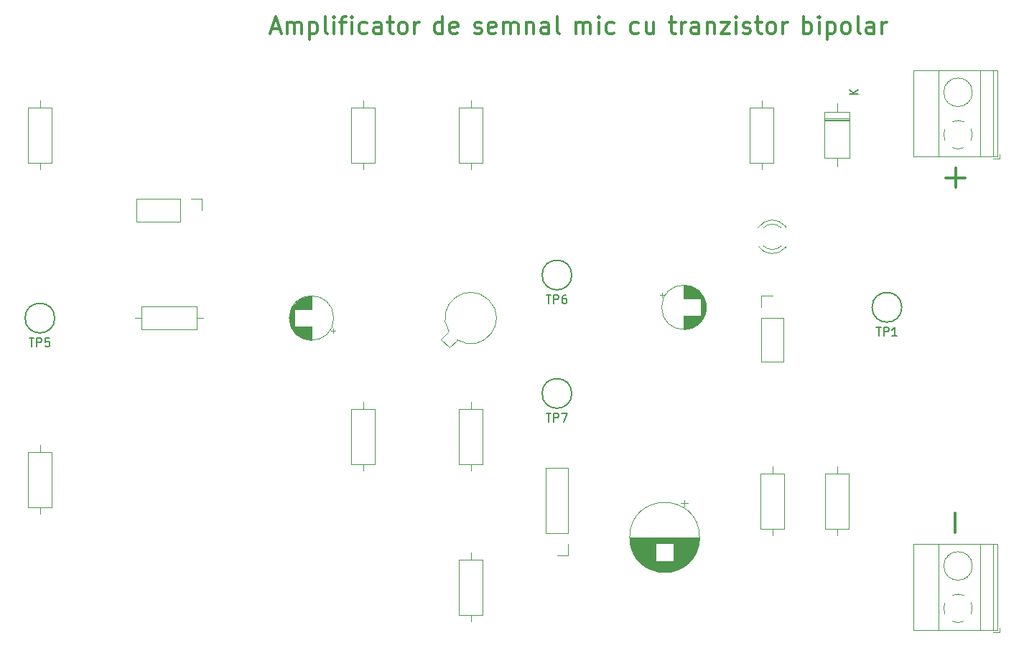
<source format=gbr>
%TF.GenerationSoftware,KiCad,Pcbnew,(7.0.0)*%
%TF.CreationDate,2023-03-04T17:45:57+02:00*%
%TF.ProjectId,Small Signal Amp with BJT,536d616c-6c20-4536-9967-6e616c20416d,rev?*%
%TF.SameCoordinates,Original*%
%TF.FileFunction,Legend,Top*%
%TF.FilePolarity,Positive*%
%FSLAX46Y46*%
G04 Gerber Fmt 4.6, Leading zero omitted, Abs format (unit mm)*
G04 Created by KiCad (PCBNEW (7.0.0)) date 2023-03-04 17:45:57*
%MOMM*%
%LPD*%
G01*
G04 APERTURE LIST*
%ADD10C,0.300000*%
%ADD11C,0.150000*%
%ADD12C,0.120000*%
G04 APERTURE END LIST*
D10*
X195539285Y-119252857D02*
X195539285Y-116967143D01*
X194437142Y-77429285D02*
X196722857Y-77429285D01*
X195579999Y-78572142D02*
X195579999Y-76286428D01*
X114958569Y-59853333D02*
X115910950Y-59853333D01*
X114768093Y-60424761D02*
X115434759Y-58424761D01*
X115434759Y-58424761D02*
X116101426Y-60424761D01*
X116768093Y-60424761D02*
X116768093Y-59091428D01*
X116768093Y-59281904D02*
X116863331Y-59186666D01*
X116863331Y-59186666D02*
X117053807Y-59091428D01*
X117053807Y-59091428D02*
X117339522Y-59091428D01*
X117339522Y-59091428D02*
X117529998Y-59186666D01*
X117529998Y-59186666D02*
X117625236Y-59377142D01*
X117625236Y-59377142D02*
X117625236Y-60424761D01*
X117625236Y-59377142D02*
X117720474Y-59186666D01*
X117720474Y-59186666D02*
X117910950Y-59091428D01*
X117910950Y-59091428D02*
X118196664Y-59091428D01*
X118196664Y-59091428D02*
X118387141Y-59186666D01*
X118387141Y-59186666D02*
X118482379Y-59377142D01*
X118482379Y-59377142D02*
X118482379Y-60424761D01*
X119434760Y-59091428D02*
X119434760Y-61091428D01*
X119434760Y-59186666D02*
X119625236Y-59091428D01*
X119625236Y-59091428D02*
X120006189Y-59091428D01*
X120006189Y-59091428D02*
X120196665Y-59186666D01*
X120196665Y-59186666D02*
X120291903Y-59281904D01*
X120291903Y-59281904D02*
X120387141Y-59472380D01*
X120387141Y-59472380D02*
X120387141Y-60043809D01*
X120387141Y-60043809D02*
X120291903Y-60234285D01*
X120291903Y-60234285D02*
X120196665Y-60329523D01*
X120196665Y-60329523D02*
X120006189Y-60424761D01*
X120006189Y-60424761D02*
X119625236Y-60424761D01*
X119625236Y-60424761D02*
X119434760Y-60329523D01*
X121529998Y-60424761D02*
X121339522Y-60329523D01*
X121339522Y-60329523D02*
X121244284Y-60139047D01*
X121244284Y-60139047D02*
X121244284Y-58424761D01*
X122291903Y-60424761D02*
X122291903Y-59091428D01*
X122291903Y-58424761D02*
X122196665Y-58520000D01*
X122196665Y-58520000D02*
X122291903Y-58615238D01*
X122291903Y-58615238D02*
X122387141Y-58520000D01*
X122387141Y-58520000D02*
X122291903Y-58424761D01*
X122291903Y-58424761D02*
X122291903Y-58615238D01*
X122958570Y-59091428D02*
X123720474Y-59091428D01*
X123244284Y-60424761D02*
X123244284Y-58710476D01*
X123244284Y-58710476D02*
X123339522Y-58520000D01*
X123339522Y-58520000D02*
X123529998Y-58424761D01*
X123529998Y-58424761D02*
X123720474Y-58424761D01*
X124387141Y-60424761D02*
X124387141Y-59091428D01*
X124387141Y-58424761D02*
X124291903Y-58520000D01*
X124291903Y-58520000D02*
X124387141Y-58615238D01*
X124387141Y-58615238D02*
X124482379Y-58520000D01*
X124482379Y-58520000D02*
X124387141Y-58424761D01*
X124387141Y-58424761D02*
X124387141Y-58615238D01*
X126196665Y-60329523D02*
X126006189Y-60424761D01*
X126006189Y-60424761D02*
X125625236Y-60424761D01*
X125625236Y-60424761D02*
X125434760Y-60329523D01*
X125434760Y-60329523D02*
X125339522Y-60234285D01*
X125339522Y-60234285D02*
X125244284Y-60043809D01*
X125244284Y-60043809D02*
X125244284Y-59472380D01*
X125244284Y-59472380D02*
X125339522Y-59281904D01*
X125339522Y-59281904D02*
X125434760Y-59186666D01*
X125434760Y-59186666D02*
X125625236Y-59091428D01*
X125625236Y-59091428D02*
X126006189Y-59091428D01*
X126006189Y-59091428D02*
X126196665Y-59186666D01*
X127910951Y-60424761D02*
X127910951Y-59377142D01*
X127910951Y-59377142D02*
X127815713Y-59186666D01*
X127815713Y-59186666D02*
X127625237Y-59091428D01*
X127625237Y-59091428D02*
X127244284Y-59091428D01*
X127244284Y-59091428D02*
X127053808Y-59186666D01*
X127910951Y-60329523D02*
X127720475Y-60424761D01*
X127720475Y-60424761D02*
X127244284Y-60424761D01*
X127244284Y-60424761D02*
X127053808Y-60329523D01*
X127053808Y-60329523D02*
X126958570Y-60139047D01*
X126958570Y-60139047D02*
X126958570Y-59948571D01*
X126958570Y-59948571D02*
X127053808Y-59758095D01*
X127053808Y-59758095D02*
X127244284Y-59662857D01*
X127244284Y-59662857D02*
X127720475Y-59662857D01*
X127720475Y-59662857D02*
X127910951Y-59567619D01*
X128577618Y-59091428D02*
X129339522Y-59091428D01*
X128863332Y-58424761D02*
X128863332Y-60139047D01*
X128863332Y-60139047D02*
X128958570Y-60329523D01*
X128958570Y-60329523D02*
X129149046Y-60424761D01*
X129149046Y-60424761D02*
X129339522Y-60424761D01*
X130291903Y-60424761D02*
X130101427Y-60329523D01*
X130101427Y-60329523D02*
X130006189Y-60234285D01*
X130006189Y-60234285D02*
X129910951Y-60043809D01*
X129910951Y-60043809D02*
X129910951Y-59472380D01*
X129910951Y-59472380D02*
X130006189Y-59281904D01*
X130006189Y-59281904D02*
X130101427Y-59186666D01*
X130101427Y-59186666D02*
X130291903Y-59091428D01*
X130291903Y-59091428D02*
X130577618Y-59091428D01*
X130577618Y-59091428D02*
X130768094Y-59186666D01*
X130768094Y-59186666D02*
X130863332Y-59281904D01*
X130863332Y-59281904D02*
X130958570Y-59472380D01*
X130958570Y-59472380D02*
X130958570Y-60043809D01*
X130958570Y-60043809D02*
X130863332Y-60234285D01*
X130863332Y-60234285D02*
X130768094Y-60329523D01*
X130768094Y-60329523D02*
X130577618Y-60424761D01*
X130577618Y-60424761D02*
X130291903Y-60424761D01*
X131815713Y-60424761D02*
X131815713Y-59091428D01*
X131815713Y-59472380D02*
X131910951Y-59281904D01*
X131910951Y-59281904D02*
X132006189Y-59186666D01*
X132006189Y-59186666D02*
X132196665Y-59091428D01*
X132196665Y-59091428D02*
X132387142Y-59091428D01*
X135110951Y-60424761D02*
X135110951Y-58424761D01*
X135110951Y-60329523D02*
X134920475Y-60424761D01*
X134920475Y-60424761D02*
X134539522Y-60424761D01*
X134539522Y-60424761D02*
X134349046Y-60329523D01*
X134349046Y-60329523D02*
X134253808Y-60234285D01*
X134253808Y-60234285D02*
X134158570Y-60043809D01*
X134158570Y-60043809D02*
X134158570Y-59472380D01*
X134158570Y-59472380D02*
X134253808Y-59281904D01*
X134253808Y-59281904D02*
X134349046Y-59186666D01*
X134349046Y-59186666D02*
X134539522Y-59091428D01*
X134539522Y-59091428D02*
X134920475Y-59091428D01*
X134920475Y-59091428D02*
X135110951Y-59186666D01*
X136825237Y-60329523D02*
X136634761Y-60424761D01*
X136634761Y-60424761D02*
X136253808Y-60424761D01*
X136253808Y-60424761D02*
X136063332Y-60329523D01*
X136063332Y-60329523D02*
X135968094Y-60139047D01*
X135968094Y-60139047D02*
X135968094Y-59377142D01*
X135968094Y-59377142D02*
X136063332Y-59186666D01*
X136063332Y-59186666D02*
X136253808Y-59091428D01*
X136253808Y-59091428D02*
X136634761Y-59091428D01*
X136634761Y-59091428D02*
X136825237Y-59186666D01*
X136825237Y-59186666D02*
X136920475Y-59377142D01*
X136920475Y-59377142D02*
X136920475Y-59567619D01*
X136920475Y-59567619D02*
X135968094Y-59758095D01*
X138882380Y-60329523D02*
X139072856Y-60424761D01*
X139072856Y-60424761D02*
X139453808Y-60424761D01*
X139453808Y-60424761D02*
X139644285Y-60329523D01*
X139644285Y-60329523D02*
X139739523Y-60139047D01*
X139739523Y-60139047D02*
X139739523Y-60043809D01*
X139739523Y-60043809D02*
X139644285Y-59853333D01*
X139644285Y-59853333D02*
X139453808Y-59758095D01*
X139453808Y-59758095D02*
X139168094Y-59758095D01*
X139168094Y-59758095D02*
X138977618Y-59662857D01*
X138977618Y-59662857D02*
X138882380Y-59472380D01*
X138882380Y-59472380D02*
X138882380Y-59377142D01*
X138882380Y-59377142D02*
X138977618Y-59186666D01*
X138977618Y-59186666D02*
X139168094Y-59091428D01*
X139168094Y-59091428D02*
X139453808Y-59091428D01*
X139453808Y-59091428D02*
X139644285Y-59186666D01*
X141358571Y-60329523D02*
X141168095Y-60424761D01*
X141168095Y-60424761D02*
X140787142Y-60424761D01*
X140787142Y-60424761D02*
X140596666Y-60329523D01*
X140596666Y-60329523D02*
X140501428Y-60139047D01*
X140501428Y-60139047D02*
X140501428Y-59377142D01*
X140501428Y-59377142D02*
X140596666Y-59186666D01*
X140596666Y-59186666D02*
X140787142Y-59091428D01*
X140787142Y-59091428D02*
X141168095Y-59091428D01*
X141168095Y-59091428D02*
X141358571Y-59186666D01*
X141358571Y-59186666D02*
X141453809Y-59377142D01*
X141453809Y-59377142D02*
X141453809Y-59567619D01*
X141453809Y-59567619D02*
X140501428Y-59758095D01*
X142310952Y-60424761D02*
X142310952Y-59091428D01*
X142310952Y-59281904D02*
X142406190Y-59186666D01*
X142406190Y-59186666D02*
X142596666Y-59091428D01*
X142596666Y-59091428D02*
X142882381Y-59091428D01*
X142882381Y-59091428D02*
X143072857Y-59186666D01*
X143072857Y-59186666D02*
X143168095Y-59377142D01*
X143168095Y-59377142D02*
X143168095Y-60424761D01*
X143168095Y-59377142D02*
X143263333Y-59186666D01*
X143263333Y-59186666D02*
X143453809Y-59091428D01*
X143453809Y-59091428D02*
X143739523Y-59091428D01*
X143739523Y-59091428D02*
X143930000Y-59186666D01*
X143930000Y-59186666D02*
X144025238Y-59377142D01*
X144025238Y-59377142D02*
X144025238Y-60424761D01*
X144977619Y-59091428D02*
X144977619Y-60424761D01*
X144977619Y-59281904D02*
X145072857Y-59186666D01*
X145072857Y-59186666D02*
X145263333Y-59091428D01*
X145263333Y-59091428D02*
X145549048Y-59091428D01*
X145549048Y-59091428D02*
X145739524Y-59186666D01*
X145739524Y-59186666D02*
X145834762Y-59377142D01*
X145834762Y-59377142D02*
X145834762Y-60424761D01*
X147644286Y-60424761D02*
X147644286Y-59377142D01*
X147644286Y-59377142D02*
X147549048Y-59186666D01*
X147549048Y-59186666D02*
X147358572Y-59091428D01*
X147358572Y-59091428D02*
X146977619Y-59091428D01*
X146977619Y-59091428D02*
X146787143Y-59186666D01*
X147644286Y-60329523D02*
X147453810Y-60424761D01*
X147453810Y-60424761D02*
X146977619Y-60424761D01*
X146977619Y-60424761D02*
X146787143Y-60329523D01*
X146787143Y-60329523D02*
X146691905Y-60139047D01*
X146691905Y-60139047D02*
X146691905Y-59948571D01*
X146691905Y-59948571D02*
X146787143Y-59758095D01*
X146787143Y-59758095D02*
X146977619Y-59662857D01*
X146977619Y-59662857D02*
X147453810Y-59662857D01*
X147453810Y-59662857D02*
X147644286Y-59567619D01*
X148882381Y-60424761D02*
X148691905Y-60329523D01*
X148691905Y-60329523D02*
X148596667Y-60139047D01*
X148596667Y-60139047D02*
X148596667Y-58424761D01*
X150844286Y-60424761D02*
X150844286Y-59091428D01*
X150844286Y-59281904D02*
X150939524Y-59186666D01*
X150939524Y-59186666D02*
X151130000Y-59091428D01*
X151130000Y-59091428D02*
X151415715Y-59091428D01*
X151415715Y-59091428D02*
X151606191Y-59186666D01*
X151606191Y-59186666D02*
X151701429Y-59377142D01*
X151701429Y-59377142D02*
X151701429Y-60424761D01*
X151701429Y-59377142D02*
X151796667Y-59186666D01*
X151796667Y-59186666D02*
X151987143Y-59091428D01*
X151987143Y-59091428D02*
X152272857Y-59091428D01*
X152272857Y-59091428D02*
X152463334Y-59186666D01*
X152463334Y-59186666D02*
X152558572Y-59377142D01*
X152558572Y-59377142D02*
X152558572Y-60424761D01*
X153510953Y-60424761D02*
X153510953Y-59091428D01*
X153510953Y-58424761D02*
X153415715Y-58520000D01*
X153415715Y-58520000D02*
X153510953Y-58615238D01*
X153510953Y-58615238D02*
X153606191Y-58520000D01*
X153606191Y-58520000D02*
X153510953Y-58424761D01*
X153510953Y-58424761D02*
X153510953Y-58615238D01*
X155320477Y-60329523D02*
X155130001Y-60424761D01*
X155130001Y-60424761D02*
X154749048Y-60424761D01*
X154749048Y-60424761D02*
X154558572Y-60329523D01*
X154558572Y-60329523D02*
X154463334Y-60234285D01*
X154463334Y-60234285D02*
X154368096Y-60043809D01*
X154368096Y-60043809D02*
X154368096Y-59472380D01*
X154368096Y-59472380D02*
X154463334Y-59281904D01*
X154463334Y-59281904D02*
X154558572Y-59186666D01*
X154558572Y-59186666D02*
X154749048Y-59091428D01*
X154749048Y-59091428D02*
X155130001Y-59091428D01*
X155130001Y-59091428D02*
X155320477Y-59186666D01*
X158234763Y-60329523D02*
X158044287Y-60424761D01*
X158044287Y-60424761D02*
X157663334Y-60424761D01*
X157663334Y-60424761D02*
X157472858Y-60329523D01*
X157472858Y-60329523D02*
X157377620Y-60234285D01*
X157377620Y-60234285D02*
X157282382Y-60043809D01*
X157282382Y-60043809D02*
X157282382Y-59472380D01*
X157282382Y-59472380D02*
X157377620Y-59281904D01*
X157377620Y-59281904D02*
X157472858Y-59186666D01*
X157472858Y-59186666D02*
X157663334Y-59091428D01*
X157663334Y-59091428D02*
X158044287Y-59091428D01*
X158044287Y-59091428D02*
X158234763Y-59186666D01*
X159949049Y-59091428D02*
X159949049Y-60424761D01*
X159091906Y-59091428D02*
X159091906Y-60139047D01*
X159091906Y-60139047D02*
X159187144Y-60329523D01*
X159187144Y-60329523D02*
X159377620Y-60424761D01*
X159377620Y-60424761D02*
X159663335Y-60424761D01*
X159663335Y-60424761D02*
X159853811Y-60329523D01*
X159853811Y-60329523D02*
X159949049Y-60234285D01*
X161815716Y-59091428D02*
X162577620Y-59091428D01*
X162101430Y-58424761D02*
X162101430Y-60139047D01*
X162101430Y-60139047D02*
X162196668Y-60329523D01*
X162196668Y-60329523D02*
X162387144Y-60424761D01*
X162387144Y-60424761D02*
X162577620Y-60424761D01*
X163244287Y-60424761D02*
X163244287Y-59091428D01*
X163244287Y-59472380D02*
X163339525Y-59281904D01*
X163339525Y-59281904D02*
X163434763Y-59186666D01*
X163434763Y-59186666D02*
X163625239Y-59091428D01*
X163625239Y-59091428D02*
X163815716Y-59091428D01*
X165339525Y-60424761D02*
X165339525Y-59377142D01*
X165339525Y-59377142D02*
X165244287Y-59186666D01*
X165244287Y-59186666D02*
X165053811Y-59091428D01*
X165053811Y-59091428D02*
X164672858Y-59091428D01*
X164672858Y-59091428D02*
X164482382Y-59186666D01*
X165339525Y-60329523D02*
X165149049Y-60424761D01*
X165149049Y-60424761D02*
X164672858Y-60424761D01*
X164672858Y-60424761D02*
X164482382Y-60329523D01*
X164482382Y-60329523D02*
X164387144Y-60139047D01*
X164387144Y-60139047D02*
X164387144Y-59948571D01*
X164387144Y-59948571D02*
X164482382Y-59758095D01*
X164482382Y-59758095D02*
X164672858Y-59662857D01*
X164672858Y-59662857D02*
X165149049Y-59662857D01*
X165149049Y-59662857D02*
X165339525Y-59567619D01*
X166291906Y-59091428D02*
X166291906Y-60424761D01*
X166291906Y-59281904D02*
X166387144Y-59186666D01*
X166387144Y-59186666D02*
X166577620Y-59091428D01*
X166577620Y-59091428D02*
X166863335Y-59091428D01*
X166863335Y-59091428D02*
X167053811Y-59186666D01*
X167053811Y-59186666D02*
X167149049Y-59377142D01*
X167149049Y-59377142D02*
X167149049Y-60424761D01*
X167910954Y-59091428D02*
X168958573Y-59091428D01*
X168958573Y-59091428D02*
X167910954Y-60424761D01*
X167910954Y-60424761D02*
X168958573Y-60424761D01*
X169720478Y-60424761D02*
X169720478Y-59091428D01*
X169720478Y-58424761D02*
X169625240Y-58520000D01*
X169625240Y-58520000D02*
X169720478Y-58615238D01*
X169720478Y-58615238D02*
X169815716Y-58520000D01*
X169815716Y-58520000D02*
X169720478Y-58424761D01*
X169720478Y-58424761D02*
X169720478Y-58615238D01*
X170577621Y-60329523D02*
X170768097Y-60424761D01*
X170768097Y-60424761D02*
X171149049Y-60424761D01*
X171149049Y-60424761D02*
X171339526Y-60329523D01*
X171339526Y-60329523D02*
X171434764Y-60139047D01*
X171434764Y-60139047D02*
X171434764Y-60043809D01*
X171434764Y-60043809D02*
X171339526Y-59853333D01*
X171339526Y-59853333D02*
X171149049Y-59758095D01*
X171149049Y-59758095D02*
X170863335Y-59758095D01*
X170863335Y-59758095D02*
X170672859Y-59662857D01*
X170672859Y-59662857D02*
X170577621Y-59472380D01*
X170577621Y-59472380D02*
X170577621Y-59377142D01*
X170577621Y-59377142D02*
X170672859Y-59186666D01*
X170672859Y-59186666D02*
X170863335Y-59091428D01*
X170863335Y-59091428D02*
X171149049Y-59091428D01*
X171149049Y-59091428D02*
X171339526Y-59186666D01*
X172006193Y-59091428D02*
X172768097Y-59091428D01*
X172291907Y-58424761D02*
X172291907Y-60139047D01*
X172291907Y-60139047D02*
X172387145Y-60329523D01*
X172387145Y-60329523D02*
X172577621Y-60424761D01*
X172577621Y-60424761D02*
X172768097Y-60424761D01*
X173720478Y-60424761D02*
X173530002Y-60329523D01*
X173530002Y-60329523D02*
X173434764Y-60234285D01*
X173434764Y-60234285D02*
X173339526Y-60043809D01*
X173339526Y-60043809D02*
X173339526Y-59472380D01*
X173339526Y-59472380D02*
X173434764Y-59281904D01*
X173434764Y-59281904D02*
X173530002Y-59186666D01*
X173530002Y-59186666D02*
X173720478Y-59091428D01*
X173720478Y-59091428D02*
X174006193Y-59091428D01*
X174006193Y-59091428D02*
X174196669Y-59186666D01*
X174196669Y-59186666D02*
X174291907Y-59281904D01*
X174291907Y-59281904D02*
X174387145Y-59472380D01*
X174387145Y-59472380D02*
X174387145Y-60043809D01*
X174387145Y-60043809D02*
X174291907Y-60234285D01*
X174291907Y-60234285D02*
X174196669Y-60329523D01*
X174196669Y-60329523D02*
X174006193Y-60424761D01*
X174006193Y-60424761D02*
X173720478Y-60424761D01*
X175244288Y-60424761D02*
X175244288Y-59091428D01*
X175244288Y-59472380D02*
X175339526Y-59281904D01*
X175339526Y-59281904D02*
X175434764Y-59186666D01*
X175434764Y-59186666D02*
X175625240Y-59091428D01*
X175625240Y-59091428D02*
X175815717Y-59091428D01*
X177682383Y-60424761D02*
X177682383Y-58424761D01*
X177682383Y-59186666D02*
X177872859Y-59091428D01*
X177872859Y-59091428D02*
X178253812Y-59091428D01*
X178253812Y-59091428D02*
X178444288Y-59186666D01*
X178444288Y-59186666D02*
X178539526Y-59281904D01*
X178539526Y-59281904D02*
X178634764Y-59472380D01*
X178634764Y-59472380D02*
X178634764Y-60043809D01*
X178634764Y-60043809D02*
X178539526Y-60234285D01*
X178539526Y-60234285D02*
X178444288Y-60329523D01*
X178444288Y-60329523D02*
X178253812Y-60424761D01*
X178253812Y-60424761D02*
X177872859Y-60424761D01*
X177872859Y-60424761D02*
X177682383Y-60329523D01*
X179491907Y-60424761D02*
X179491907Y-59091428D01*
X179491907Y-58424761D02*
X179396669Y-58520000D01*
X179396669Y-58520000D02*
X179491907Y-58615238D01*
X179491907Y-58615238D02*
X179587145Y-58520000D01*
X179587145Y-58520000D02*
X179491907Y-58424761D01*
X179491907Y-58424761D02*
X179491907Y-58615238D01*
X180444288Y-59091428D02*
X180444288Y-61091428D01*
X180444288Y-59186666D02*
X180634764Y-59091428D01*
X180634764Y-59091428D02*
X181015717Y-59091428D01*
X181015717Y-59091428D02*
X181206193Y-59186666D01*
X181206193Y-59186666D02*
X181301431Y-59281904D01*
X181301431Y-59281904D02*
X181396669Y-59472380D01*
X181396669Y-59472380D02*
X181396669Y-60043809D01*
X181396669Y-60043809D02*
X181301431Y-60234285D01*
X181301431Y-60234285D02*
X181206193Y-60329523D01*
X181206193Y-60329523D02*
X181015717Y-60424761D01*
X181015717Y-60424761D02*
X180634764Y-60424761D01*
X180634764Y-60424761D02*
X180444288Y-60329523D01*
X182539526Y-60424761D02*
X182349050Y-60329523D01*
X182349050Y-60329523D02*
X182253812Y-60234285D01*
X182253812Y-60234285D02*
X182158574Y-60043809D01*
X182158574Y-60043809D02*
X182158574Y-59472380D01*
X182158574Y-59472380D02*
X182253812Y-59281904D01*
X182253812Y-59281904D02*
X182349050Y-59186666D01*
X182349050Y-59186666D02*
X182539526Y-59091428D01*
X182539526Y-59091428D02*
X182825241Y-59091428D01*
X182825241Y-59091428D02*
X183015717Y-59186666D01*
X183015717Y-59186666D02*
X183110955Y-59281904D01*
X183110955Y-59281904D02*
X183206193Y-59472380D01*
X183206193Y-59472380D02*
X183206193Y-60043809D01*
X183206193Y-60043809D02*
X183110955Y-60234285D01*
X183110955Y-60234285D02*
X183015717Y-60329523D01*
X183015717Y-60329523D02*
X182825241Y-60424761D01*
X182825241Y-60424761D02*
X182539526Y-60424761D01*
X184349050Y-60424761D02*
X184158574Y-60329523D01*
X184158574Y-60329523D02*
X184063336Y-60139047D01*
X184063336Y-60139047D02*
X184063336Y-58424761D01*
X185968098Y-60424761D02*
X185968098Y-59377142D01*
X185968098Y-59377142D02*
X185872860Y-59186666D01*
X185872860Y-59186666D02*
X185682384Y-59091428D01*
X185682384Y-59091428D02*
X185301431Y-59091428D01*
X185301431Y-59091428D02*
X185110955Y-59186666D01*
X185968098Y-60329523D02*
X185777622Y-60424761D01*
X185777622Y-60424761D02*
X185301431Y-60424761D01*
X185301431Y-60424761D02*
X185110955Y-60329523D01*
X185110955Y-60329523D02*
X185015717Y-60139047D01*
X185015717Y-60139047D02*
X185015717Y-59948571D01*
X185015717Y-59948571D02*
X185110955Y-59758095D01*
X185110955Y-59758095D02*
X185301431Y-59662857D01*
X185301431Y-59662857D02*
X185777622Y-59662857D01*
X185777622Y-59662857D02*
X185968098Y-59567619D01*
X186920479Y-60424761D02*
X186920479Y-59091428D01*
X186920479Y-59472380D02*
X187015717Y-59281904D01*
X187015717Y-59281904D02*
X187110955Y-59186666D01*
X187110955Y-59186666D02*
X187301431Y-59091428D01*
X187301431Y-59091428D02*
X187491908Y-59091428D01*
D11*
%TO.C,TP7*%
X147328095Y-105237380D02*
X147899523Y-105237380D01*
X147613809Y-106237380D02*
X147613809Y-105237380D01*
X148232857Y-106237380D02*
X148232857Y-105237380D01*
X148232857Y-105237380D02*
X148613809Y-105237380D01*
X148613809Y-105237380D02*
X148709047Y-105285000D01*
X148709047Y-105285000D02*
X148756666Y-105332619D01*
X148756666Y-105332619D02*
X148804285Y-105427857D01*
X148804285Y-105427857D02*
X148804285Y-105570714D01*
X148804285Y-105570714D02*
X148756666Y-105665952D01*
X148756666Y-105665952D02*
X148709047Y-105713571D01*
X148709047Y-105713571D02*
X148613809Y-105761190D01*
X148613809Y-105761190D02*
X148232857Y-105761190D01*
X149137619Y-105237380D02*
X149804285Y-105237380D01*
X149804285Y-105237380D02*
X149375714Y-106237380D01*
%TO.C,TP6*%
X147328095Y-91267380D02*
X147899523Y-91267380D01*
X147613809Y-92267380D02*
X147613809Y-91267380D01*
X148232857Y-92267380D02*
X148232857Y-91267380D01*
X148232857Y-91267380D02*
X148613809Y-91267380D01*
X148613809Y-91267380D02*
X148709047Y-91315000D01*
X148709047Y-91315000D02*
X148756666Y-91362619D01*
X148756666Y-91362619D02*
X148804285Y-91457857D01*
X148804285Y-91457857D02*
X148804285Y-91600714D01*
X148804285Y-91600714D02*
X148756666Y-91695952D01*
X148756666Y-91695952D02*
X148709047Y-91743571D01*
X148709047Y-91743571D02*
X148613809Y-91791190D01*
X148613809Y-91791190D02*
X148232857Y-91791190D01*
X149661428Y-91267380D02*
X149470952Y-91267380D01*
X149470952Y-91267380D02*
X149375714Y-91315000D01*
X149375714Y-91315000D02*
X149328095Y-91362619D01*
X149328095Y-91362619D02*
X149232857Y-91505476D01*
X149232857Y-91505476D02*
X149185238Y-91695952D01*
X149185238Y-91695952D02*
X149185238Y-92076904D01*
X149185238Y-92076904D02*
X149232857Y-92172142D01*
X149232857Y-92172142D02*
X149280476Y-92219761D01*
X149280476Y-92219761D02*
X149375714Y-92267380D01*
X149375714Y-92267380D02*
X149566190Y-92267380D01*
X149566190Y-92267380D02*
X149661428Y-92219761D01*
X149661428Y-92219761D02*
X149709047Y-92172142D01*
X149709047Y-92172142D02*
X149756666Y-92076904D01*
X149756666Y-92076904D02*
X149756666Y-91838809D01*
X149756666Y-91838809D02*
X149709047Y-91743571D01*
X149709047Y-91743571D02*
X149661428Y-91695952D01*
X149661428Y-91695952D02*
X149566190Y-91648333D01*
X149566190Y-91648333D02*
X149375714Y-91648333D01*
X149375714Y-91648333D02*
X149280476Y-91695952D01*
X149280476Y-91695952D02*
X149232857Y-91743571D01*
X149232857Y-91743571D02*
X149185238Y-91838809D01*
%TO.C,TP5*%
X86368095Y-96347380D02*
X86939523Y-96347380D01*
X86653809Y-97347380D02*
X86653809Y-96347380D01*
X87272857Y-97347380D02*
X87272857Y-96347380D01*
X87272857Y-96347380D02*
X87653809Y-96347380D01*
X87653809Y-96347380D02*
X87749047Y-96395000D01*
X87749047Y-96395000D02*
X87796666Y-96442619D01*
X87796666Y-96442619D02*
X87844285Y-96537857D01*
X87844285Y-96537857D02*
X87844285Y-96680714D01*
X87844285Y-96680714D02*
X87796666Y-96775952D01*
X87796666Y-96775952D02*
X87749047Y-96823571D01*
X87749047Y-96823571D02*
X87653809Y-96871190D01*
X87653809Y-96871190D02*
X87272857Y-96871190D01*
X88749047Y-96347380D02*
X88272857Y-96347380D01*
X88272857Y-96347380D02*
X88225238Y-96823571D01*
X88225238Y-96823571D02*
X88272857Y-96775952D01*
X88272857Y-96775952D02*
X88368095Y-96728333D01*
X88368095Y-96728333D02*
X88606190Y-96728333D01*
X88606190Y-96728333D02*
X88701428Y-96775952D01*
X88701428Y-96775952D02*
X88749047Y-96823571D01*
X88749047Y-96823571D02*
X88796666Y-96918809D01*
X88796666Y-96918809D02*
X88796666Y-97156904D01*
X88796666Y-97156904D02*
X88749047Y-97252142D01*
X88749047Y-97252142D02*
X88701428Y-97299761D01*
X88701428Y-97299761D02*
X88606190Y-97347380D01*
X88606190Y-97347380D02*
X88368095Y-97347380D01*
X88368095Y-97347380D02*
X88272857Y-97299761D01*
X88272857Y-97299761D02*
X88225238Y-97252142D01*
%TO.C,TP1*%
X186238095Y-95077380D02*
X186809523Y-95077380D01*
X186523809Y-96077380D02*
X186523809Y-95077380D01*
X187142857Y-96077380D02*
X187142857Y-95077380D01*
X187142857Y-95077380D02*
X187523809Y-95077380D01*
X187523809Y-95077380D02*
X187619047Y-95125000D01*
X187619047Y-95125000D02*
X187666666Y-95172619D01*
X187666666Y-95172619D02*
X187714285Y-95267857D01*
X187714285Y-95267857D02*
X187714285Y-95410714D01*
X187714285Y-95410714D02*
X187666666Y-95505952D01*
X187666666Y-95505952D02*
X187619047Y-95553571D01*
X187619047Y-95553571D02*
X187523809Y-95601190D01*
X187523809Y-95601190D02*
X187142857Y-95601190D01*
X188666666Y-96077380D02*
X188095238Y-96077380D01*
X188380952Y-96077380D02*
X188380952Y-95077380D01*
X188380952Y-95077380D02*
X188285714Y-95220238D01*
X188285714Y-95220238D02*
X188190476Y-95315476D01*
X188190476Y-95315476D02*
X188095238Y-95363095D01*
%TO.C,D1*%
X184077380Y-67571904D02*
X183077380Y-67571904D01*
X184077380Y-67000476D02*
X183505952Y-67429047D01*
X183077380Y-67000476D02*
X183648809Y-67571904D01*
%TO.C,TP7*%
X150340000Y-102870000D02*
G75*
G03*
X150340000Y-102870000I-1750000J0D01*
G01*
%TO.C,TP6*%
X150340000Y-88900000D02*
G75*
G03*
X150340000Y-88900000I-1750000J0D01*
G01*
%TO.C,TP5*%
X89380000Y-93980000D02*
G75*
G03*
X89380000Y-93980000I-1750000J0D01*
G01*
%TO.C,TP1*%
X189250000Y-92710000D02*
G75*
G03*
X189250000Y-92710000I-1750000J0D01*
G01*
D12*
%TO.C,J2*%
X149920000Y-111690000D02*
X147260000Y-111690000D01*
X149920000Y-121970000D02*
X148590000Y-121970000D01*
X147260000Y-119370000D02*
X147260000Y-111690000D01*
X149920000Y-119370000D02*
X147260000Y-119370000D01*
X149920000Y-119370000D02*
X149920000Y-111690000D01*
X149920000Y-120640000D02*
X149920000Y-121970000D01*
%TO.C,R2*%
X125730000Y-103910000D02*
X125730000Y-104680000D01*
X124360000Y-104680000D02*
X124360000Y-111220000D01*
X127100000Y-104680000D02*
X124360000Y-104680000D01*
X124360000Y-111220000D02*
X127100000Y-111220000D01*
X125730000Y-111990000D02*
X125730000Y-111220000D01*
X127100000Y-111220000D02*
X127100000Y-104680000D01*
%TO.C,R1*%
X124360000Y-69120000D02*
X124360000Y-75660000D01*
X127100000Y-69120000D02*
X124360000Y-69120000D01*
X124360000Y-75660000D02*
X127100000Y-75660000D01*
X125730000Y-68350000D02*
X125730000Y-69120000D01*
X125730000Y-76430000D02*
X125730000Y-75660000D01*
X127100000Y-75660000D02*
X127100000Y-69120000D01*
%TO.C,Ry1*%
X172620000Y-112300000D02*
X172620000Y-118840000D01*
X173990000Y-111530000D02*
X173990000Y-112300000D01*
X173990000Y-119610000D02*
X173990000Y-118840000D01*
X172620000Y-118840000D02*
X175360000Y-118840000D01*
X175360000Y-112300000D02*
X172620000Y-112300000D01*
X175360000Y-118840000D02*
X175360000Y-112300000D01*
%TO.C,D1*%
X181610000Y-68650000D02*
X181610000Y-69670000D01*
X183080000Y-69670000D02*
X180140000Y-69670000D01*
X180140000Y-69670000D02*
X180140000Y-75110000D01*
X181610000Y-76130000D02*
X181610000Y-75110000D01*
X183080000Y-70690000D02*
X180140000Y-70690000D01*
X183080000Y-70570000D02*
X180140000Y-70570000D01*
X183080000Y-70450000D02*
X180140000Y-70450000D01*
X183080000Y-75110000D02*
X183080000Y-69670000D01*
X180140000Y-75110000D02*
X183080000Y-75110000D01*
%TO.C,C1*%
X117929000Y-95917000D02*
X117929000Y-95020000D01*
X117689000Y-92940000D02*
X117689000Y-92281000D01*
X119210000Y-92940000D02*
X119210000Y-91437000D01*
X119170000Y-96516000D02*
X119170000Y-95020000D01*
X117769000Y-95765000D02*
X117769000Y-95020000D01*
X118449000Y-92940000D02*
X118449000Y-91690000D01*
X117649000Y-92940000D02*
X117649000Y-92327000D01*
X118609000Y-96345000D02*
X118609000Y-95020000D01*
X119450000Y-96553000D02*
X119450000Y-95020000D01*
X118049000Y-92940000D02*
X118049000Y-91945000D01*
X118649000Y-96362000D02*
X118649000Y-95020000D01*
X117969000Y-92940000D02*
X117969000Y-92009000D01*
X118209000Y-96129000D02*
X118209000Y-95020000D01*
X119370000Y-96545000D02*
X119370000Y-95020000D01*
X118089000Y-92940000D02*
X118089000Y-91915000D01*
X118169000Y-92940000D02*
X118169000Y-91858000D01*
X118849000Y-92940000D02*
X118849000Y-91525000D01*
X117729000Y-95723000D02*
X117729000Y-95020000D01*
X119650000Y-96560000D02*
X119650000Y-95020000D01*
X119330000Y-92940000D02*
X119330000Y-91419000D01*
X117889000Y-92940000D02*
X117889000Y-92079000D01*
X117409000Y-95299000D02*
X117409000Y-92661000D01*
X118849000Y-96435000D02*
X118849000Y-95020000D01*
X118329000Y-96204000D02*
X118329000Y-95020000D01*
X119010000Y-96481000D02*
X119010000Y-95020000D01*
X118929000Y-96460000D02*
X118929000Y-95020000D01*
X119250000Y-96530000D02*
X119250000Y-95020000D01*
X118489000Y-96290000D02*
X118489000Y-95020000D01*
X118009000Y-92940000D02*
X118009000Y-91976000D01*
X118369000Y-96227000D02*
X118369000Y-95020000D01*
X118970000Y-96471000D02*
X118970000Y-95020000D01*
X118689000Y-92940000D02*
X118689000Y-91582000D01*
X119610000Y-96560000D02*
X119610000Y-95020000D01*
X118809000Y-96422000D02*
X118809000Y-95020000D01*
X118049000Y-96015000D02*
X118049000Y-95020000D01*
X117809000Y-95806000D02*
X117809000Y-95020000D01*
X118889000Y-92940000D02*
X118889000Y-91512000D01*
X119530000Y-96558000D02*
X119530000Y-95020000D01*
X117529000Y-95480000D02*
X117529000Y-92480000D01*
X118249000Y-92940000D02*
X118249000Y-91805000D01*
X118089000Y-96045000D02*
X118089000Y-95020000D01*
X117689000Y-95679000D02*
X117689000Y-95020000D01*
X119290000Y-96536000D02*
X119290000Y-95020000D01*
X118929000Y-92940000D02*
X118929000Y-91500000D01*
X118209000Y-92940000D02*
X118209000Y-91831000D01*
X118529000Y-96309000D02*
X118529000Y-95020000D01*
X119490000Y-96556000D02*
X119490000Y-95020000D01*
X118009000Y-95984000D02*
X118009000Y-95020000D01*
X118169000Y-96102000D02*
X118169000Y-95020000D01*
X119570000Y-92940000D02*
X119570000Y-91401000D01*
X117249000Y-94991000D02*
X117249000Y-92969000D01*
X117209000Y-94895000D02*
X117209000Y-93065000D01*
X118769000Y-96408000D02*
X118769000Y-95020000D01*
X118769000Y-92940000D02*
X118769000Y-91552000D01*
X118489000Y-92940000D02*
X118489000Y-91670000D01*
X118809000Y-92940000D02*
X118809000Y-91538000D01*
X122204775Y-95705000D02*
X122204775Y-95205000D01*
X119650000Y-92940000D02*
X119650000Y-91400000D01*
X118970000Y-92940000D02*
X118970000Y-91489000D01*
X119610000Y-92940000D02*
X119610000Y-91400000D01*
X119330000Y-96541000D02*
X119330000Y-95020000D01*
X117649000Y-95633000D02*
X117649000Y-95020000D01*
X119450000Y-92940000D02*
X119450000Y-91407000D01*
X117609000Y-95585000D02*
X117609000Y-92375000D01*
X118529000Y-92940000D02*
X118529000Y-91651000D01*
X119570000Y-96559000D02*
X119570000Y-95020000D01*
X117849000Y-95844000D02*
X117849000Y-95020000D01*
X117849000Y-92940000D02*
X117849000Y-92116000D01*
X117169000Y-94785000D02*
X117169000Y-93175000D01*
X117729000Y-92940000D02*
X117729000Y-92237000D01*
X118889000Y-96448000D02*
X118889000Y-95020000D01*
X119290000Y-92940000D02*
X119290000Y-91424000D01*
X118569000Y-92940000D02*
X118569000Y-91632000D01*
X122454775Y-95455000D02*
X121954775Y-95455000D01*
X118729000Y-96394000D02*
X118729000Y-95020000D01*
X118129000Y-92940000D02*
X118129000Y-91885000D01*
X118449000Y-96270000D02*
X118449000Y-95020000D01*
X118689000Y-96378000D02*
X118689000Y-95020000D01*
X119010000Y-92940000D02*
X119010000Y-91479000D01*
X117049000Y-94264000D02*
X117049000Y-93696000D01*
X119530000Y-92940000D02*
X119530000Y-91402000D01*
X117929000Y-92940000D02*
X117929000Y-92043000D01*
X117449000Y-95363000D02*
X117449000Y-92597000D01*
X117889000Y-95881000D02*
X117889000Y-95020000D01*
X118569000Y-96328000D02*
X118569000Y-95020000D01*
X119410000Y-92940000D02*
X119410000Y-91411000D01*
X118729000Y-92940000D02*
X118729000Y-91566000D01*
X118289000Y-92940000D02*
X118289000Y-91780000D01*
X117569000Y-95534000D02*
X117569000Y-92426000D01*
X119410000Y-96549000D02*
X119410000Y-95020000D01*
X119090000Y-96500000D02*
X119090000Y-95020000D01*
X118409000Y-96248000D02*
X118409000Y-95020000D01*
X119130000Y-96508000D02*
X119130000Y-95020000D01*
X119050000Y-92940000D02*
X119050000Y-91469000D01*
X117129000Y-94657000D02*
X117129000Y-93303000D01*
X118369000Y-92940000D02*
X118369000Y-91733000D01*
X119050000Y-96491000D02*
X119050000Y-95020000D01*
X118649000Y-92940000D02*
X118649000Y-91598000D01*
X118289000Y-96180000D02*
X118289000Y-95020000D01*
X117089000Y-94498000D02*
X117089000Y-93462000D01*
X119490000Y-92940000D02*
X119490000Y-91404000D01*
X117809000Y-92940000D02*
X117809000Y-92154000D01*
X118329000Y-92940000D02*
X118329000Y-91756000D01*
X119250000Y-92940000D02*
X119250000Y-91430000D01*
X119130000Y-92940000D02*
X119130000Y-91452000D01*
X118609000Y-92940000D02*
X118609000Y-91615000D01*
X119090000Y-92940000D02*
X119090000Y-91460000D01*
X119210000Y-96523000D02*
X119210000Y-95020000D01*
X117329000Y-95158000D02*
X117329000Y-92802000D01*
X117969000Y-95951000D02*
X117969000Y-95020000D01*
X119370000Y-92940000D02*
X119370000Y-91415000D01*
X117489000Y-95423000D02*
X117489000Y-92537000D01*
X118409000Y-92940000D02*
X118409000Y-91712000D01*
X117289000Y-95078000D02*
X117289000Y-92882000D01*
X118249000Y-96155000D02*
X118249000Y-95020000D01*
X119170000Y-92940000D02*
X119170000Y-91444000D01*
X117369000Y-95231000D02*
X117369000Y-92729000D01*
X118129000Y-96075000D02*
X118129000Y-95020000D01*
X117769000Y-92940000D02*
X117769000Y-92195000D01*
X122270000Y-93980000D02*
G75*
G03*
X122270000Y-93980000I-2620000J0D01*
G01*
%TO.C,J4*%
X200545000Y-74910000D02*
X200545000Y-64790000D01*
X198485000Y-74910000D02*
X198485000Y-64790000D01*
X200045000Y-75150000D02*
X200785000Y-75150000D01*
X194816000Y-66075000D02*
X194862000Y-66122000D01*
X197124000Y-68384000D02*
X197159000Y-68419000D01*
X190624000Y-74910000D02*
X190624000Y-64790000D01*
X196908000Y-68577000D02*
X196954000Y-68624000D01*
X194610000Y-66280000D02*
X194646000Y-66315000D01*
X190624000Y-64790000D02*
X200545000Y-64790000D01*
X199985000Y-74910000D02*
X199985000Y-64790000D01*
X190624000Y-74910000D02*
X200545000Y-74910000D01*
X193584000Y-74910000D02*
X193584000Y-64790000D01*
X200785000Y-75150000D02*
X200785000Y-74650000D01*
X197419999Y-73034000D02*
G75*
G03*
X197565252Y-72321195I-1535000J683999D01*
G01*
X197564999Y-72350000D02*
G75*
G03*
X197419755Y-71666682I-1679999J0D01*
G01*
X194350001Y-71666001D02*
G75*
G03*
X194349574Y-73033042I1534992J-684000D01*
G01*
X196569000Y-70815000D02*
G75*
G03*
X195201958Y-70814574I-684000J-1535000D01*
G01*
X195201001Y-73884999D02*
G75*
G03*
X196568042Y-73885426I684000J1534992D01*
G01*
X197565000Y-67350000D02*
G75*
G03*
X197565000Y-67350000I-1680000J0D01*
G01*
%TO.C,Q1*%
X135857719Y-95562331D02*
X134945552Y-96474499D01*
X135935501Y-97464448D02*
X136847669Y-96552281D01*
X134945552Y-96474499D02*
X135935501Y-97464448D01*
X136847456Y-96552150D02*
G75*
G03*
X135857719Y-95562331I1582544J2572150D01*
G01*
%TO.C,R13*%
X172720000Y-68350000D02*
X172720000Y-69120000D01*
X171350000Y-69120000D02*
X171350000Y-75660000D01*
X174090000Y-75660000D02*
X174090000Y-69120000D01*
X174090000Y-69120000D02*
X171350000Y-69120000D01*
X172720000Y-76430000D02*
X172720000Y-75660000D01*
X171350000Y-75660000D02*
X174090000Y-75660000D01*
%TO.C,J7*%
X194610000Y-122160000D02*
X194646000Y-122195000D01*
X200045000Y-131030000D02*
X200785000Y-131030000D01*
X200545000Y-130790000D02*
X200545000Y-120670000D01*
X190624000Y-130790000D02*
X190624000Y-120670000D01*
X197124000Y-124264000D02*
X197159000Y-124299000D01*
X194816000Y-121955000D02*
X194862000Y-122002000D01*
X199985000Y-130790000D02*
X199985000Y-120670000D01*
X193584000Y-130790000D02*
X193584000Y-120670000D01*
X200785000Y-131030000D02*
X200785000Y-130530000D01*
X190624000Y-120670000D02*
X200545000Y-120670000D01*
X198485000Y-130790000D02*
X198485000Y-120670000D01*
X190624000Y-130790000D02*
X200545000Y-130790000D01*
X196908000Y-124457000D02*
X196954000Y-124504000D01*
X195201001Y-129764999D02*
G75*
G03*
X196568042Y-129765426I684000J1534992D01*
G01*
X197419999Y-128914000D02*
G75*
G03*
X197565252Y-128201195I-1535000J683999D01*
G01*
X194350001Y-127546001D02*
G75*
G03*
X194349574Y-128913042I1534992J-684000D01*
G01*
X197564999Y-128230000D02*
G75*
G03*
X197419755Y-127546682I-1679999J0D01*
G01*
X196569000Y-126695000D02*
G75*
G03*
X195201958Y-126694574I-684000J-1535000D01*
G01*
X197565000Y-123230000D02*
G75*
G03*
X197565000Y-123230000I-1680000J0D01*
G01*
%TO.C,J1*%
X106740000Y-79950000D02*
X106740000Y-81280000D01*
X104140000Y-82610000D02*
X99000000Y-82610000D01*
X105410000Y-79950000D02*
X106740000Y-79950000D01*
X104140000Y-79950000D02*
X104140000Y-82610000D01*
X99000000Y-79950000D02*
X99000000Y-82610000D01*
X104140000Y-79950000D02*
X99000000Y-79950000D01*
%TO.C,R3*%
X138430000Y-111990000D02*
X138430000Y-111220000D01*
X137060000Y-111220000D02*
X139800000Y-111220000D01*
X139800000Y-104680000D02*
X137060000Y-104680000D01*
X137060000Y-104680000D02*
X137060000Y-111220000D01*
X138430000Y-103910000D02*
X138430000Y-104680000D01*
X139800000Y-111220000D02*
X139800000Y-104680000D01*
%TO.C,R6*%
X180240000Y-112300000D02*
X180240000Y-118840000D01*
X181610000Y-119610000D02*
X181610000Y-118840000D01*
X181610000Y-111530000D02*
X181610000Y-112300000D01*
X182980000Y-118840000D02*
X182980000Y-112300000D01*
X182980000Y-112300000D02*
X180240000Y-112300000D01*
X180240000Y-118840000D02*
X182980000Y-118840000D01*
%TO.C,R5*%
X138430000Y-68350000D02*
X138430000Y-69120000D01*
X137060000Y-75660000D02*
X139800000Y-75660000D01*
X138430000Y-76430000D02*
X138430000Y-75660000D01*
X139800000Y-69120000D02*
X137060000Y-69120000D01*
X137060000Y-69120000D02*
X137060000Y-75660000D01*
X139800000Y-75660000D02*
X139800000Y-69120000D01*
%TO.C,RD1*%
X89000000Y-69120000D02*
X86260000Y-69120000D01*
X87630000Y-76430000D02*
X87630000Y-75660000D01*
X86260000Y-75660000D02*
X89000000Y-75660000D01*
X86260000Y-69120000D02*
X86260000Y-75660000D01*
X87630000Y-68350000D02*
X87630000Y-69120000D01*
X89000000Y-75660000D02*
X89000000Y-69120000D01*
%TO.C,Rx1*%
X98830000Y-93980000D02*
X99600000Y-93980000D01*
X99600000Y-92610000D02*
X99600000Y-95350000D01*
X106140000Y-92610000D02*
X99600000Y-92610000D01*
X106910000Y-93980000D02*
X106140000Y-93980000D01*
X99600000Y-95350000D02*
X106140000Y-95350000D01*
X106140000Y-95350000D02*
X106140000Y-92610000D01*
%TO.C,RD2*%
X87630000Y-117070000D02*
X87630000Y-116300000D01*
X86260000Y-109760000D02*
X86260000Y-116300000D01*
X89000000Y-116300000D02*
X89000000Y-109760000D01*
X87630000Y-108990000D02*
X87630000Y-109760000D01*
X86260000Y-116300000D02*
X89000000Y-116300000D01*
X89000000Y-109760000D02*
X86260000Y-109760000D01*
%TO.C,C3*%
X164681000Y-93750000D02*
X164681000Y-95039000D01*
X165201000Y-93750000D02*
X165201000Y-94714000D01*
X164321000Y-93750000D02*
X164321000Y-95178000D01*
X165441000Y-93750000D02*
X165441000Y-94495000D01*
X163720000Y-90134000D02*
X163720000Y-91670000D01*
X164641000Y-90362000D02*
X164641000Y-91670000D01*
X165641000Y-91156000D02*
X165641000Y-94264000D01*
X165161000Y-90675000D02*
X165161000Y-91670000D01*
X164120000Y-90190000D02*
X164120000Y-91670000D01*
X165721000Y-91267000D02*
X165721000Y-94153000D01*
X165041000Y-93750000D02*
X165041000Y-94832000D01*
X165361000Y-90846000D02*
X165361000Y-91670000D01*
X165561000Y-91057000D02*
X165561000Y-91670000D01*
X165601000Y-91105000D02*
X165601000Y-94315000D01*
X163960000Y-90160000D02*
X163960000Y-91670000D01*
X163640000Y-90131000D02*
X163640000Y-91670000D01*
X164761000Y-90420000D02*
X164761000Y-91670000D01*
X164281000Y-93750000D02*
X164281000Y-95190000D01*
X163840000Y-93750000D02*
X163840000Y-95275000D01*
X165481000Y-93750000D02*
X165481000Y-94453000D01*
X164601000Y-93750000D02*
X164601000Y-95075000D01*
X164721000Y-93750000D02*
X164721000Y-95020000D01*
X163640000Y-93750000D02*
X163640000Y-95289000D01*
X164321000Y-90242000D02*
X164321000Y-91670000D01*
X163880000Y-90149000D02*
X163880000Y-91670000D01*
X164521000Y-90312000D02*
X164521000Y-91670000D01*
X164681000Y-90381000D02*
X164681000Y-91670000D01*
X163920000Y-93750000D02*
X163920000Y-95266000D01*
X164961000Y-93750000D02*
X164961000Y-94885000D01*
X163760000Y-93750000D02*
X163760000Y-95283000D01*
X163600000Y-90130000D02*
X163600000Y-91670000D01*
X164481000Y-93750000D02*
X164481000Y-95124000D01*
X160755225Y-91235000D02*
X161255225Y-91235000D01*
X165401000Y-90884000D02*
X165401000Y-91670000D01*
X164881000Y-90486000D02*
X164881000Y-91670000D01*
X165881000Y-91532000D02*
X165881000Y-93888000D01*
X164561000Y-90328000D02*
X164561000Y-91670000D01*
X165041000Y-90588000D02*
X165041000Y-91670000D01*
X165801000Y-91391000D02*
X165801000Y-94029000D01*
X165081000Y-90615000D02*
X165081000Y-91670000D01*
X165521000Y-91011000D02*
X165521000Y-91670000D01*
X163760000Y-90137000D02*
X163760000Y-91670000D01*
X163920000Y-90154000D02*
X163920000Y-91670000D01*
X164721000Y-90400000D02*
X164721000Y-91670000D01*
X165921000Y-91612000D02*
X165921000Y-93808000D01*
X166161000Y-92426000D02*
X166161000Y-92994000D01*
X164641000Y-93750000D02*
X164641000Y-95058000D01*
X164441000Y-93750000D02*
X164441000Y-95138000D01*
X164361000Y-90255000D02*
X164361000Y-91670000D01*
X165241000Y-93750000D02*
X165241000Y-94681000D01*
X163560000Y-93750000D02*
X163560000Y-95290000D01*
X164841000Y-93750000D02*
X164841000Y-94957000D01*
X164961000Y-90535000D02*
X164961000Y-91670000D01*
X164240000Y-90219000D02*
X164240000Y-91670000D01*
X165001000Y-93750000D02*
X165001000Y-94859000D01*
X165441000Y-90925000D02*
X165441000Y-91670000D01*
X164120000Y-93750000D02*
X164120000Y-95230000D01*
X166121000Y-92192000D02*
X166121000Y-93228000D01*
X163800000Y-93750000D02*
X163800000Y-95279000D01*
X165121000Y-90645000D02*
X165121000Y-91670000D01*
X164401000Y-90268000D02*
X164401000Y-91670000D01*
X165001000Y-90561000D02*
X165001000Y-91670000D01*
X164040000Y-90174000D02*
X164040000Y-91670000D01*
X165321000Y-90809000D02*
X165321000Y-91670000D01*
X164040000Y-93750000D02*
X164040000Y-95246000D01*
X163560000Y-90130000D02*
X163560000Y-91670000D01*
X164561000Y-93750000D02*
X164561000Y-95092000D01*
X165161000Y-93750000D02*
X165161000Y-94745000D01*
X165961000Y-91699000D02*
X165961000Y-93721000D01*
X165081000Y-93750000D02*
X165081000Y-94805000D01*
X161005225Y-90985000D02*
X161005225Y-91485000D01*
X165281000Y-90773000D02*
X165281000Y-91670000D01*
X165361000Y-93750000D02*
X165361000Y-94574000D01*
X164761000Y-93750000D02*
X164761000Y-95000000D01*
X165561000Y-93750000D02*
X165561000Y-94363000D01*
X164401000Y-93750000D02*
X164401000Y-95152000D01*
X164521000Y-93750000D02*
X164521000Y-95108000D01*
X165281000Y-93750000D02*
X165281000Y-94647000D01*
X164080000Y-93750000D02*
X164080000Y-95238000D01*
X164481000Y-90296000D02*
X164481000Y-91670000D01*
X165321000Y-93750000D02*
X165321000Y-94611000D01*
X163600000Y-93750000D02*
X163600000Y-95290000D01*
X165481000Y-90967000D02*
X165481000Y-91670000D01*
X163720000Y-93750000D02*
X163720000Y-95286000D01*
X165201000Y-90706000D02*
X165201000Y-91670000D01*
X163960000Y-93750000D02*
X163960000Y-95260000D01*
X163840000Y-90145000D02*
X163840000Y-91670000D01*
X166001000Y-91795000D02*
X166001000Y-93625000D01*
X165121000Y-93750000D02*
X165121000Y-94775000D01*
X164801000Y-90442000D02*
X164801000Y-91670000D01*
X165841000Y-91459000D02*
X165841000Y-93961000D01*
X165401000Y-93750000D02*
X165401000Y-94536000D01*
X164200000Y-93750000D02*
X164200000Y-95211000D01*
X164240000Y-93750000D02*
X164240000Y-95201000D01*
X163680000Y-90132000D02*
X163680000Y-91670000D01*
X164801000Y-93750000D02*
X164801000Y-94978000D01*
X164160000Y-90199000D02*
X164160000Y-91670000D01*
X163680000Y-93750000D02*
X163680000Y-95288000D01*
X164080000Y-90182000D02*
X164080000Y-91670000D01*
X164160000Y-93750000D02*
X164160000Y-95221000D01*
X166081000Y-92033000D02*
X166081000Y-93387000D01*
X163880000Y-93750000D02*
X163880000Y-95271000D01*
X163800000Y-90141000D02*
X163800000Y-91670000D01*
X164361000Y-93750000D02*
X164361000Y-95165000D01*
X165761000Y-91327000D02*
X165761000Y-94093000D01*
X164921000Y-93750000D02*
X164921000Y-94910000D01*
X164281000Y-90230000D02*
X164281000Y-91670000D01*
X164881000Y-93750000D02*
X164881000Y-94934000D01*
X164601000Y-90345000D02*
X164601000Y-91670000D01*
X165681000Y-91210000D02*
X165681000Y-94210000D01*
X164000000Y-90167000D02*
X164000000Y-91670000D01*
X166041000Y-91905000D02*
X166041000Y-93515000D01*
X164000000Y-93750000D02*
X164000000Y-95253000D01*
X165521000Y-93750000D02*
X165521000Y-94409000D01*
X164200000Y-90209000D02*
X164200000Y-91670000D01*
X164921000Y-90510000D02*
X164921000Y-91670000D01*
X164841000Y-90463000D02*
X164841000Y-91670000D01*
X165241000Y-90739000D02*
X165241000Y-91670000D01*
X164441000Y-90282000D02*
X164441000Y-91670000D01*
X166180000Y-92710000D02*
G75*
G03*
X166180000Y-92710000I-2620000J0D01*
G01*
%TO.C,D2*%
X175550000Y-85636000D02*
X175550000Y-85480000D01*
X175550000Y-83320000D02*
X175550000Y-83164000D01*
X175030960Y-83320001D02*
G75*
G03*
X172948871Y-83320164I-1040960J-1079999D01*
G01*
X172948871Y-85479836D02*
G75*
G03*
X175030960Y-85479999I1041129J1079836D01*
G01*
X172317666Y-85478608D02*
G75*
G03*
X175549999Y-85635515I1672334J1078608D01*
G01*
X175549999Y-83164485D02*
G75*
G03*
X172317666Y-83321392I-1559999J-1235515D01*
G01*
%TO.C,C2*%
X164414000Y-122501000D02*
X162330000Y-122501000D01*
X162238000Y-123861000D02*
X160342000Y-123861000D01*
X163577000Y-123261000D02*
X159003000Y-123261000D01*
X160250000Y-121981000D02*
X157797000Y-121981000D01*
X160250000Y-120741000D02*
X157305000Y-120741000D01*
X165111000Y-121301000D02*
X162330000Y-121301000D01*
X164599000Y-122261000D02*
X162330000Y-122261000D01*
X160250000Y-122101000D02*
X157872000Y-122101000D01*
X164976000Y-121621000D02*
X162330000Y-121621000D01*
X163324000Y-123421000D02*
X159256000Y-123421000D01*
X164345000Y-122581000D02*
X162330000Y-122581000D01*
X165292000Y-120661000D02*
X162330000Y-120661000D01*
X165370000Y-119860000D02*
X157210000Y-119860000D01*
X160250000Y-121421000D02*
X157516000Y-121421000D01*
X165064000Y-121421000D02*
X162330000Y-121421000D01*
X164074000Y-122861000D02*
X158506000Y-122861000D01*
X164628000Y-122221000D02*
X162330000Y-122221000D01*
X160250000Y-122341000D02*
X158040000Y-122341000D01*
X160250000Y-120581000D02*
X157273000Y-120581000D01*
X163021000Y-123581000D02*
X159559000Y-123581000D01*
X160250000Y-122381000D02*
X158070000Y-122381000D01*
X160250000Y-121061000D02*
X157388000Y-121061000D01*
X160250000Y-122621000D02*
X158271000Y-122621000D01*
X160250000Y-121581000D02*
X157586000Y-121581000D01*
X160250000Y-121821000D02*
X157706000Y-121821000D01*
X163518000Y-123301000D02*
X159062000Y-123301000D01*
X164031000Y-122901000D02*
X158549000Y-122901000D01*
X160250000Y-120981000D02*
X157365000Y-120981000D01*
X163103000Y-123541000D02*
X159477000Y-123541000D01*
X160250000Y-121301000D02*
X157469000Y-121301000D01*
X163987000Y-122941000D02*
X158593000Y-122941000D01*
X160250000Y-121341000D02*
X157485000Y-121341000D01*
X165369000Y-119980000D02*
X157211000Y-119980000D01*
X160250000Y-121621000D02*
X157604000Y-121621000D01*
X160250000Y-121501000D02*
X157550000Y-121501000D01*
X160250000Y-122221000D02*
X157952000Y-122221000D01*
X160250000Y-121261000D02*
X157455000Y-121261000D01*
X160250000Y-122461000D02*
X158134000Y-122461000D01*
X164197000Y-122741000D02*
X158383000Y-122741000D01*
X162743000Y-123701000D02*
X159837000Y-123701000D01*
X165153000Y-121181000D02*
X162330000Y-121181000D01*
X165366000Y-120060000D02*
X157214000Y-120060000D01*
X165370000Y-119900000D02*
X157210000Y-119900000D01*
X160250000Y-120821000D02*
X157323000Y-120821000D01*
X162388000Y-123821000D02*
X160192000Y-123821000D01*
X165215000Y-120981000D02*
X162330000Y-120981000D01*
X165095000Y-121341000D02*
X162330000Y-121341000D01*
X160250000Y-122581000D02*
X158235000Y-122581000D01*
X163392000Y-123381000D02*
X159188000Y-123381000D01*
X161823000Y-123941000D02*
X160757000Y-123941000D01*
X164937000Y-121701000D02*
X162330000Y-121701000D01*
X165047000Y-121461000D02*
X162330000Y-121461000D01*
X160250000Y-121861000D02*
X157728000Y-121861000D01*
X164896000Y-121781000D02*
X162330000Y-121781000D01*
X160250000Y-120701000D02*
X157296000Y-120701000D01*
X160250000Y-120661000D02*
X157288000Y-120661000D01*
X165338000Y-120380000D02*
X157242000Y-120380000D01*
X164917000Y-121741000D02*
X162330000Y-121741000D01*
X165266000Y-120781000D02*
X162330000Y-120781000D01*
X164235000Y-122701000D02*
X158345000Y-122701000D01*
X160250000Y-121741000D02*
X157663000Y-121741000D01*
X162842000Y-123661000D02*
X159738000Y-123661000D01*
X164807000Y-121941000D02*
X162330000Y-121941000D01*
X163744000Y-123141000D02*
X158836000Y-123141000D01*
X165275000Y-120741000D02*
X162330000Y-120741000D01*
X163605000Y-115450302D02*
X163605000Y-116250302D01*
X165247000Y-120861000D02*
X162330000Y-120861000D01*
X165314000Y-120540000D02*
X157266000Y-120540000D01*
X160250000Y-121541000D02*
X157568000Y-121541000D01*
X164273000Y-122661000D02*
X158307000Y-122661000D01*
X165300000Y-120621000D02*
X162330000Y-120621000D01*
X163690000Y-123181000D02*
X158890000Y-123181000D01*
X160250000Y-120901000D02*
X157343000Y-120901000D01*
X160250000Y-121181000D02*
X157427000Y-121181000D01*
X160250000Y-121221000D02*
X157440000Y-121221000D01*
X160250000Y-122541000D02*
X158200000Y-122541000D01*
X160250000Y-121661000D02*
X157624000Y-121661000D01*
X165257000Y-120821000D02*
X162330000Y-120821000D01*
X162058000Y-123901000D02*
X160522000Y-123901000D01*
X160250000Y-122141000D02*
X157898000Y-122141000D01*
X160250000Y-122061000D02*
X157846000Y-122061000D01*
X165342000Y-120340000D02*
X157238000Y-120340000D01*
X164510000Y-122381000D02*
X162330000Y-122381000D01*
X163795000Y-123101000D02*
X158785000Y-123101000D01*
X160250000Y-121101000D02*
X157401000Y-121101000D01*
X165327000Y-120460000D02*
X157253000Y-120460000D01*
X164540000Y-122341000D02*
X162330000Y-122341000D01*
X165347000Y-120300000D02*
X157233000Y-120300000D01*
X162935000Y-123621000D02*
X159645000Y-123621000D01*
X163894000Y-123021000D02*
X158686000Y-123021000D01*
X165332000Y-120420000D02*
X157248000Y-120420000D01*
X164830000Y-121901000D02*
X162330000Y-121901000D01*
X160250000Y-121941000D02*
X157773000Y-121941000D01*
X164994000Y-121581000D02*
X162330000Y-121581000D01*
X163254000Y-123461000D02*
X159326000Y-123461000D01*
X160250000Y-120781000D02*
X157314000Y-120781000D01*
X160250000Y-121461000D02*
X157533000Y-121461000D01*
X164708000Y-122101000D02*
X162330000Y-122101000D01*
X165237000Y-120901000D02*
X162330000Y-120901000D01*
X165284000Y-120701000D02*
X162330000Y-120701000D01*
X162519000Y-123781000D02*
X160061000Y-123781000D01*
X165358000Y-120180000D02*
X157222000Y-120180000D01*
X160250000Y-122501000D02*
X158166000Y-122501000D01*
X163941000Y-122981000D02*
X158639000Y-122981000D01*
X160250000Y-121021000D02*
X157376000Y-121021000D01*
X165080000Y-121381000D02*
X162330000Y-121381000D01*
X164682000Y-122141000D02*
X162330000Y-122141000D01*
X164005000Y-115850302D02*
X163205000Y-115850302D01*
X164479000Y-122421000D02*
X162330000Y-122421000D01*
X164874000Y-121821000D02*
X162330000Y-121821000D01*
X163456000Y-123341000D02*
X159124000Y-123341000D01*
X160250000Y-120621000D02*
X157280000Y-120621000D01*
X160250000Y-121141000D02*
X157413000Y-121141000D01*
X160250000Y-122181000D02*
X157925000Y-122181000D01*
X164116000Y-122821000D02*
X158464000Y-122821000D01*
X165140000Y-121221000D02*
X162330000Y-121221000D01*
X165320000Y-120500000D02*
X157260000Y-120500000D01*
X165307000Y-120581000D02*
X162330000Y-120581000D01*
X165030000Y-121501000D02*
X162330000Y-121501000D01*
X163846000Y-123061000D02*
X158734000Y-123061000D01*
X160250000Y-121901000D02*
X157750000Y-121901000D01*
X164655000Y-122181000D02*
X162330000Y-122181000D01*
X164852000Y-121861000D02*
X162330000Y-121861000D01*
X165361000Y-120140000D02*
X157219000Y-120140000D01*
X165192000Y-121061000D02*
X162330000Y-121061000D01*
X160250000Y-122301000D02*
X158010000Y-122301000D01*
X160250000Y-122421000D02*
X158101000Y-122421000D01*
X165012000Y-121541000D02*
X162330000Y-121541000D01*
X162636000Y-123741000D02*
X159944000Y-123741000D01*
X164157000Y-122781000D02*
X158423000Y-122781000D01*
X164570000Y-122301000D02*
X162330000Y-122301000D01*
X165370000Y-119940000D02*
X157210000Y-119940000D01*
X165125000Y-121261000D02*
X162330000Y-121261000D01*
X160250000Y-120861000D02*
X157333000Y-120861000D01*
X160250000Y-120941000D02*
X157354000Y-120941000D01*
X165355000Y-120220000D02*
X157225000Y-120220000D01*
X165364000Y-120100000D02*
X157216000Y-120100000D01*
X160250000Y-122261000D02*
X157981000Y-122261000D01*
X165351000Y-120260000D02*
X157229000Y-120260000D01*
X164446000Y-122461000D02*
X162330000Y-122461000D01*
X165179000Y-121101000D02*
X162330000Y-121101000D01*
X165367000Y-120020000D02*
X157213000Y-120020000D01*
X160250000Y-121381000D02*
X157500000Y-121381000D01*
X160250000Y-121701000D02*
X157643000Y-121701000D01*
X163635000Y-123221000D02*
X158945000Y-123221000D01*
X163180000Y-123501000D02*
X159400000Y-123501000D01*
X165167000Y-121141000D02*
X162330000Y-121141000D01*
X165204000Y-121021000D02*
X162330000Y-121021000D01*
X160250000Y-122021000D02*
X157821000Y-122021000D01*
X164734000Y-122061000D02*
X162330000Y-122061000D01*
X164783000Y-121981000D02*
X162330000Y-121981000D01*
X164956000Y-121661000D02*
X162330000Y-121661000D01*
X164309000Y-122621000D02*
X162330000Y-122621000D01*
X164380000Y-122541000D02*
X162330000Y-122541000D01*
X160250000Y-121781000D02*
X157684000Y-121781000D01*
X165226000Y-120941000D02*
X162330000Y-120941000D01*
X164759000Y-122021000D02*
X162330000Y-122021000D01*
X165410000Y-119860000D02*
G75*
G03*
X165410000Y-119860000I-4120000J0D01*
G01*
%TO.C,J3*%
X172660000Y-99120000D02*
X175320000Y-99120000D01*
X172660000Y-93980000D02*
X175320000Y-93980000D01*
X175320000Y-93980000D02*
X175320000Y-99120000D01*
X172660000Y-93980000D02*
X172660000Y-99120000D01*
X172660000Y-91380000D02*
X173990000Y-91380000D01*
X172660000Y-92710000D02*
X172660000Y-91380000D01*
%TO.C,R4*%
X138430000Y-129770000D02*
X138430000Y-129000000D01*
X137060000Y-129000000D02*
X139800000Y-129000000D01*
X137060000Y-122460000D02*
X137060000Y-129000000D01*
X139800000Y-129000000D02*
X139800000Y-122460000D01*
X138430000Y-121690000D02*
X138430000Y-122460000D01*
X139800000Y-122460000D02*
X137060000Y-122460000D01*
%TD*%
M02*

</source>
